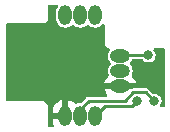
<source format=gbr>
%TF.GenerationSoftware,KiCad,Pcbnew,(6.0.5)*%
%TF.CreationDate,2022-07-02T16:25:46-04:00*%
%TF.ProjectId,magdilocks,6d616764-696c-46f6-936b-732e6b696361,rev?*%
%TF.SameCoordinates,Original*%
%TF.FileFunction,Copper,L2,Bot*%
%TF.FilePolarity,Positive*%
%FSLAX46Y46*%
G04 Gerber Fmt 4.6, Leading zero omitted, Abs format (unit mm)*
G04 Created by KiCad (PCBNEW (6.0.5)) date 2022-07-02 16:25:46*
%MOMM*%
%LPD*%
G01*
G04 APERTURE LIST*
%TA.AperFunction,ComponentPad*%
%ADD10O,1.150000X1.700000*%
%TD*%
%TA.AperFunction,ComponentPad*%
%ADD11O,1.700000X1.150000*%
%TD*%
%TA.AperFunction,ViaPad*%
%ADD12C,0.800000*%
%TD*%
%TA.AperFunction,Conductor*%
%ADD13C,0.250000*%
%TD*%
G04 APERTURE END LIST*
D10*
%TO.P,J3,1*%
%TO.N,/SDA*%
X97500000Y-127500000D03*
%TO.P,J3,2*%
%TO.N,/SCL*%
X96230000Y-127500000D03*
%TO.P,J3,3*%
%TO.N,GND*%
X94960000Y-127500000D03*
%TD*%
D11*
%TO.P,J1,1*%
%TO.N,+3V3*%
X99605000Y-122460000D03*
%TO.P,J1,2*%
%TO.N,/OUT_RAW*%
X99605000Y-123730000D03*
%TO.P,J1,3*%
%TO.N,GND*%
X99605000Y-125000000D03*
%TD*%
D10*
%TO.P,J2,1*%
%TO.N,+3V3*%
X97500000Y-119000000D03*
%TO.P,J2,2*%
%TO.N,/OUT_FLT*%
X96230000Y-119000000D03*
%TO.P,J2,3*%
%TO.N,/OUT_RAW*%
X94960000Y-119000000D03*
%TD*%
D12*
%TO.N,GND*%
X90749020Y-121500000D03*
X94500000Y-121500000D03*
%TO.N,+3V3*%
X102000000Y-122399500D03*
%TO.N,/SCL*%
X102500000Y-126250000D03*
%TO.N,/SDA*%
X101012299Y-126262299D03*
%TD*%
D13*
%TO.N,+3V3*%
X100060500Y-122399500D02*
X100000000Y-122460000D01*
X102000000Y-122399500D02*
X100060500Y-122399500D01*
X100210000Y-122250000D02*
X100000000Y-122460000D01*
%TO.N,/SCL*%
X96954040Y-126225960D02*
X96230000Y-126950000D01*
X100724511Y-125525489D02*
X100024040Y-126225960D01*
X102500000Y-126250000D02*
X101775489Y-125525489D01*
X96230000Y-126950000D02*
X96230000Y-127500000D01*
X100024040Y-126225960D02*
X96954040Y-126225960D01*
X101775489Y-125525489D02*
X100724511Y-125525489D01*
%TO.N,/SDA*%
X98324520Y-126675480D02*
X97500000Y-127500000D01*
X100599118Y-126675480D02*
X98324520Y-126675480D01*
X101012299Y-126262299D02*
X100599118Y-126675480D01*
%TD*%
%TA.AperFunction,Conductor*%
%TO.N,GND*%
G36*
X94276840Y-118120502D02*
G01*
X94323333Y-118174158D01*
X94333437Y-118244432D01*
X94314632Y-118294753D01*
X94260980Y-118378004D01*
X94258569Y-118384627D01*
X94258568Y-118384630D01*
X94203885Y-118534870D01*
X94203884Y-118534875D01*
X94201475Y-118541493D01*
X94184500Y-118675863D01*
X94184500Y-119318746D01*
X94198987Y-119447898D01*
X94256204Y-119612203D01*
X94348400Y-119759748D01*
X94353363Y-119764746D01*
X94353364Y-119764747D01*
X94378050Y-119789606D01*
X94470994Y-119883201D01*
X94476940Y-119886975D01*
X94476942Y-119886976D01*
X94487473Y-119893659D01*
X94617892Y-119976425D01*
X94719985Y-120012779D01*
X94775159Y-120032426D01*
X94775161Y-120032427D01*
X94781793Y-120034788D01*
X94788779Y-120035621D01*
X94788783Y-120035622D01*
X94911893Y-120050301D01*
X94954552Y-120055388D01*
X94961555Y-120054652D01*
X94961556Y-120054652D01*
X95007891Y-120049782D01*
X95127581Y-120037202D01*
X95134247Y-120034933D01*
X95134250Y-120034932D01*
X95285614Y-119983403D01*
X95285617Y-119983402D01*
X95292281Y-119981133D01*
X95440467Y-119889969D01*
X95506839Y-119824972D01*
X95569503Y-119791602D01*
X95640262Y-119797408D01*
X95684402Y-119826213D01*
X95736027Y-119878200D01*
X95736031Y-119878203D01*
X95740994Y-119883201D01*
X95746940Y-119886975D01*
X95746942Y-119886976D01*
X95757473Y-119893659D01*
X95887892Y-119976425D01*
X95989985Y-120012779D01*
X96045159Y-120032426D01*
X96045161Y-120032427D01*
X96051793Y-120034788D01*
X96058779Y-120035621D01*
X96058783Y-120035622D01*
X96181893Y-120050301D01*
X96224552Y-120055388D01*
X96231555Y-120054652D01*
X96231556Y-120054652D01*
X96277891Y-120049782D01*
X96397581Y-120037202D01*
X96404247Y-120034933D01*
X96404250Y-120034932D01*
X96555614Y-119983403D01*
X96555617Y-119983402D01*
X96562281Y-119981133D01*
X96710467Y-119889969D01*
X96776839Y-119824972D01*
X96839503Y-119791602D01*
X96910262Y-119797408D01*
X96954402Y-119826213D01*
X97006027Y-119878200D01*
X97006031Y-119878203D01*
X97010994Y-119883201D01*
X97016940Y-119886975D01*
X97016942Y-119886976D01*
X97027473Y-119893659D01*
X97157892Y-119976425D01*
X97259985Y-120012779D01*
X97315159Y-120032426D01*
X97315161Y-120032427D01*
X97321793Y-120034788D01*
X97328779Y-120035621D01*
X97328783Y-120035622D01*
X97451893Y-120050301D01*
X97494552Y-120055388D01*
X97501555Y-120054652D01*
X97501556Y-120054652D01*
X97547891Y-120049782D01*
X97667581Y-120037202D01*
X97674247Y-120034933D01*
X97674250Y-120034932D01*
X97825614Y-119983403D01*
X97825617Y-119983402D01*
X97832281Y-119981133D01*
X97980467Y-119889969D01*
X98085343Y-119787267D01*
X98148007Y-119753896D01*
X98218766Y-119759702D01*
X98275153Y-119802841D01*
X98299266Y-119869617D01*
X98299500Y-119877290D01*
X98299500Y-121262920D01*
X98297534Y-121280242D01*
X98297524Y-121285811D01*
X98294344Y-121299641D01*
X98297476Y-121313482D01*
X98297474Y-121314650D01*
X98299004Y-121323703D01*
X98308961Y-121412076D01*
X98346212Y-121518533D01*
X98406217Y-121614031D01*
X98485969Y-121693783D01*
X98581467Y-121753788D01*
X98659742Y-121781178D01*
X98717433Y-121822555D01*
X98743595Y-121888555D01*
X98729922Y-121958223D01*
X98721649Y-121970899D01*
X98721799Y-121970994D01*
X98628575Y-122117892D01*
X98626210Y-122124535D01*
X98586836Y-122235109D01*
X98570212Y-122281793D01*
X98569379Y-122288779D01*
X98569378Y-122288783D01*
X98557153Y-122391312D01*
X98549612Y-122454552D01*
X98567798Y-122627581D01*
X98570067Y-122634247D01*
X98570068Y-122634250D01*
X98607772Y-122745002D01*
X98623867Y-122792281D01*
X98715031Y-122940467D01*
X98778813Y-123005598D01*
X98780027Y-123006838D01*
X98813398Y-123069503D01*
X98807592Y-123140262D01*
X98778787Y-123184402D01*
X98726800Y-123236027D01*
X98726797Y-123236031D01*
X98721799Y-123240994D01*
X98628575Y-123387892D01*
X98570212Y-123551793D01*
X98569379Y-123558779D01*
X98569378Y-123558783D01*
X98554699Y-123681893D01*
X98549612Y-123724552D01*
X98567798Y-123897581D01*
X98570067Y-123904247D01*
X98570068Y-123904250D01*
X98623867Y-124062281D01*
X98622553Y-124062728D01*
X98632280Y-124125289D01*
X98603527Y-124190203D01*
X98585194Y-124207875D01*
X98584462Y-124208450D01*
X98575810Y-124216689D01*
X98448240Y-124363701D01*
X98441298Y-124373433D01*
X98343823Y-124541924D01*
X98338850Y-124552785D01*
X98275935Y-124733962D01*
X98277082Y-124742007D01*
X98290651Y-124746000D01*
X100914686Y-124746000D01*
X100928217Y-124742027D01*
X100929572Y-124732601D01*
X100910060Y-124651639D01*
X100906171Y-124640344D01*
X100825600Y-124463137D01*
X100819653Y-124452795D01*
X100707021Y-124294013D01*
X100699228Y-124284985D01*
X100613779Y-124203185D01*
X100578403Y-124141630D01*
X100582211Y-124069900D01*
X100637426Y-123914841D01*
X100637427Y-123914839D01*
X100639788Y-123908207D01*
X100640621Y-123901221D01*
X100640622Y-123901217D01*
X100659554Y-123742441D01*
X100660388Y-123735448D01*
X100642202Y-123562419D01*
X100586133Y-123397719D01*
X100494969Y-123249533D01*
X100429972Y-123183161D01*
X100396602Y-123120497D01*
X100402408Y-123049738D01*
X100431213Y-123005598D01*
X100483200Y-122953973D01*
X100483203Y-122953969D01*
X100488201Y-122949006D01*
X100504048Y-122924036D01*
X100577649Y-122808058D01*
X100581425Y-122802108D01*
X100583709Y-122795694D01*
X100631487Y-122743306D01*
X100696893Y-122725000D01*
X101430714Y-122725000D01*
X101498835Y-122745002D01*
X101530677Y-122774296D01*
X101571718Y-122827782D01*
X101697159Y-122924036D01*
X101843238Y-122984544D01*
X102000000Y-123005182D01*
X102008188Y-123004104D01*
X102148574Y-122985622D01*
X102156762Y-122984544D01*
X102302841Y-122924036D01*
X102428282Y-122827782D01*
X102524536Y-122702341D01*
X102585044Y-122556262D01*
X102605682Y-122399500D01*
X102585044Y-122242738D01*
X102524536Y-122096659D01*
X102469322Y-122024702D01*
X102452826Y-122003204D01*
X102427226Y-121936983D01*
X102441491Y-121867434D01*
X102491092Y-121816639D01*
X102552789Y-121800500D01*
X103262920Y-121800500D01*
X103291155Y-121803705D01*
X103299641Y-121805656D01*
X103299642Y-121805656D01*
X103298564Y-121810345D01*
X103339799Y-121822453D01*
X103386292Y-121876109D01*
X103394570Y-121900641D01*
X103394588Y-121900718D01*
X103396394Y-121908699D01*
X103399500Y-121936504D01*
X103399500Y-126662920D01*
X103396295Y-126691155D01*
X103394344Y-126699641D01*
X103394344Y-126699642D01*
X103389654Y-126698564D01*
X103377547Y-126739798D01*
X103323891Y-126786291D01*
X103299355Y-126794571D01*
X103291351Y-126796382D01*
X103263505Y-126799488D01*
X103123301Y-126799443D01*
X103090783Y-126799433D01*
X103022669Y-126779409D01*
X102976193Y-126725739D01*
X102966111Y-126655462D01*
X102990860Y-126596730D01*
X103019507Y-126559396D01*
X103019509Y-126559392D01*
X103024536Y-126552841D01*
X103085044Y-126406762D01*
X103105682Y-126250000D01*
X103085044Y-126093238D01*
X103024536Y-125947159D01*
X102928282Y-125821718D01*
X102802841Y-125725464D01*
X102656762Y-125664956D01*
X102500000Y-125644318D01*
X102433159Y-125653118D01*
X102363012Y-125642179D01*
X102327619Y-125617292D01*
X102019593Y-125309267D01*
X102012166Y-125301162D01*
X101995030Y-125280740D01*
X101987944Y-125272295D01*
X101978395Y-125266782D01*
X101955304Y-125253450D01*
X101946033Y-125247544D01*
X101924204Y-125232259D01*
X101915173Y-125225935D01*
X101904523Y-125223081D01*
X101901355Y-125221604D01*
X101898079Y-125220412D01*
X101888534Y-125214901D01*
X101854790Y-125208951D01*
X101851431Y-125208359D01*
X101840704Y-125205981D01*
X101804296Y-125196225D01*
X101793311Y-125197186D01*
X101793309Y-125197186D01*
X101766761Y-125199509D01*
X101755779Y-125199989D01*
X100744221Y-125199989D01*
X100733239Y-125199509D01*
X100706691Y-125197186D01*
X100706689Y-125197186D01*
X100695704Y-125196225D01*
X100659296Y-125205981D01*
X100648569Y-125208359D01*
X100645210Y-125208951D01*
X100611466Y-125214901D01*
X100601921Y-125220412D01*
X100598645Y-125221604D01*
X100595477Y-125223081D01*
X100584827Y-125225935D01*
X100575795Y-125232259D01*
X100565805Y-125236918D01*
X100564958Y-125235101D01*
X100505019Y-125254000D01*
X98295314Y-125254000D01*
X98281783Y-125257973D01*
X98280428Y-125267399D01*
X98299940Y-125348361D01*
X98303829Y-125359656D01*
X98384400Y-125536863D01*
X98390347Y-125547205D01*
X98499839Y-125701560D01*
X98522937Y-125768694D01*
X98506073Y-125837659D01*
X98454601Y-125886558D01*
X98397069Y-125900460D01*
X96973753Y-125900460D01*
X96962772Y-125899981D01*
X96936210Y-125897657D01*
X96936208Y-125897657D01*
X96925233Y-125896697D01*
X96888823Y-125906452D01*
X96878116Y-125908826D01*
X96840995Y-125915372D01*
X96831451Y-125920882D01*
X96828175Y-125922074D01*
X96825004Y-125923553D01*
X96814356Y-125926406D01*
X96805327Y-125932728D01*
X96783489Y-125948019D01*
X96774219Y-125953924D01*
X96751132Y-125967253D01*
X96751128Y-125967256D01*
X96741585Y-125972766D01*
X96734500Y-125981210D01*
X96717360Y-126001636D01*
X96709934Y-126009739D01*
X96311265Y-126408408D01*
X96248953Y-126442434D01*
X96235341Y-126444623D01*
X96167637Y-126451739D01*
X96062419Y-126462798D01*
X96055753Y-126465067D01*
X96055750Y-126465068D01*
X95897719Y-126518867D01*
X95897272Y-126517553D01*
X95834711Y-126527280D01*
X95769797Y-126498527D01*
X95752125Y-126480194D01*
X95751550Y-126479462D01*
X95743311Y-126470810D01*
X95596299Y-126343240D01*
X95586567Y-126336298D01*
X95418076Y-126238823D01*
X95407215Y-126233850D01*
X95226038Y-126170935D01*
X95217993Y-126172082D01*
X95214000Y-126185651D01*
X95214000Y-127628000D01*
X95193998Y-127696121D01*
X95140342Y-127742614D01*
X95088000Y-127754000D01*
X93895115Y-127754000D01*
X93879876Y-127758475D01*
X93878671Y-127759865D01*
X93877000Y-127767548D01*
X93877000Y-127823637D01*
X93877285Y-127829613D01*
X93891132Y-127974745D01*
X93893391Y-127986480D01*
X93948188Y-128173268D01*
X93952623Y-128184355D01*
X94020326Y-128315808D01*
X94033735Y-128385526D01*
X94007322Y-128451427D01*
X93949474Y-128492586D01*
X93908310Y-128499500D01*
X93637080Y-128499500D01*
X93608845Y-128496295D01*
X93600359Y-128494344D01*
X93600358Y-128494344D01*
X93601441Y-128489633D01*
X93560281Y-128477547D01*
X93513788Y-128423891D01*
X93505557Y-128399568D01*
X93503655Y-128391229D01*
X93500500Y-128363210D01*
X93500500Y-127227885D01*
X93877000Y-127227885D01*
X93881475Y-127243124D01*
X93882865Y-127244329D01*
X93890548Y-127246000D01*
X94687885Y-127246000D01*
X94703124Y-127241525D01*
X94704329Y-127240135D01*
X94706000Y-127232452D01*
X94706000Y-126190314D01*
X94702027Y-126176783D01*
X94692601Y-126175428D01*
X94611639Y-126194940D01*
X94600344Y-126198829D01*
X94423137Y-126279400D01*
X94412795Y-126285347D01*
X94254013Y-126397979D01*
X94244984Y-126405772D01*
X94110369Y-126546393D01*
X94102965Y-126555768D01*
X93997380Y-126719292D01*
X93991879Y-126729906D01*
X93919117Y-126910449D01*
X93915725Y-126921898D01*
X93878134Y-127114391D01*
X93877064Y-127123201D01*
X93877000Y-127125828D01*
X93877000Y-127227885D01*
X93500500Y-127227885D01*
X93500500Y-126837371D01*
X93503755Y-126808918D01*
X93504043Y-126807676D01*
X93504044Y-126807669D01*
X93505655Y-126800718D01*
X93505656Y-126800000D01*
X93503298Y-126789662D01*
X93500935Y-126775750D01*
X93491831Y-126694953D01*
X93491039Y-126687924D01*
X93487356Y-126677397D01*
X93463783Y-126610031D01*
X93453788Y-126581467D01*
X93435801Y-126552841D01*
X93397550Y-126491964D01*
X93397549Y-126491963D01*
X93393783Y-126485969D01*
X93314031Y-126406217D01*
X93218533Y-126346212D01*
X93112076Y-126308961D01*
X93105049Y-126308169D01*
X93105048Y-126308169D01*
X93076449Y-126304947D01*
X93025322Y-126299186D01*
X93010989Y-126296726D01*
X93000718Y-126294345D01*
X93000000Y-126294344D01*
X92991225Y-126296346D01*
X92963210Y-126299500D01*
X90037080Y-126299500D01*
X90008845Y-126296295D01*
X90000359Y-126294344D01*
X90000358Y-126294344D01*
X90001441Y-126289633D01*
X89960281Y-126277547D01*
X89913788Y-126223891D01*
X89905557Y-126199568D01*
X89905389Y-126198829D01*
X89903655Y-126191227D01*
X89900500Y-126163210D01*
X89900500Y-119837371D01*
X89903755Y-119808918D01*
X89905656Y-119800717D01*
X89908612Y-119801402D01*
X89930998Y-119748502D01*
X89989624Y-119708458D01*
X90000679Y-119705421D01*
X90008703Y-119703605D01*
X90036504Y-119700500D01*
X92962629Y-119700500D01*
X92991082Y-119703755D01*
X92992324Y-119704043D01*
X92992331Y-119704044D01*
X92999282Y-119705655D01*
X93000000Y-119705656D01*
X93006930Y-119704075D01*
X93006933Y-119704075D01*
X93010338Y-119703298D01*
X93024250Y-119700935D01*
X93105047Y-119691831D01*
X93112076Y-119691039D01*
X93218533Y-119653788D01*
X93314031Y-119593783D01*
X93393783Y-119514031D01*
X93453788Y-119418533D01*
X93491039Y-119312076D01*
X93500814Y-119225322D01*
X93503274Y-119210989D01*
X93505655Y-119200718D01*
X93505656Y-119200000D01*
X93503654Y-119191225D01*
X93500500Y-119163210D01*
X93500500Y-118237371D01*
X93503755Y-118208918D01*
X93505656Y-118200717D01*
X93508612Y-118201402D01*
X93530998Y-118148502D01*
X93589624Y-118108458D01*
X93600679Y-118105421D01*
X93608703Y-118103605D01*
X93636504Y-118100500D01*
X94208719Y-118100500D01*
X94276840Y-118120502D01*
G37*
%TD.AperFunction*%
%TD*%
M02*

</source>
